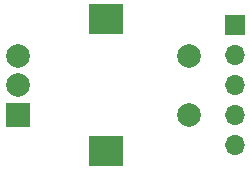
<source format=gbr>
%TF.GenerationSoftware,KiCad,Pcbnew,5.1.12-1.fc35*%
%TF.CreationDate,2021-11-27T14:33:04+00:00*%
%TF.ProjectId,kiCAD_TriSchmittPanelMount_v003,6b694341-445f-4547-9269-5363686d6974,rev?*%
%TF.SameCoordinates,Original*%
%TF.FileFunction,Soldermask,Bot*%
%TF.FilePolarity,Negative*%
%FSLAX46Y46*%
G04 Gerber Fmt 4.6, Leading zero omitted, Abs format (unit mm)*
G04 Created by KiCad (PCBNEW 5.1.12-1.fc35) date 2021-11-27 14:33:04*
%MOMM*%
%LPD*%
G01*
G04 APERTURE LIST*
%ADD10C,2.000000*%
%ADD11R,3.000000X2.500000*%
%ADD12R,2.000000X2.000000*%
%ADD13R,1.700000X1.700000*%
%ADD14O,1.700000X1.700000*%
G04 APERTURE END LIST*
D10*
%TO.C,SW1*%
X207650000Y-69600000D03*
X207650000Y-74600000D03*
D11*
X200650000Y-66500000D03*
X200650000Y-77700000D03*
D10*
X193150000Y-69600000D03*
X193150000Y-72100000D03*
D12*
X193150000Y-74600000D03*
%TD*%
D13*
%TO.C,J1*%
X211500000Y-67025000D03*
D14*
X211500000Y-69565000D03*
X211500000Y-72105000D03*
X211500000Y-74645000D03*
X211500000Y-77185000D03*
%TD*%
M02*

</source>
